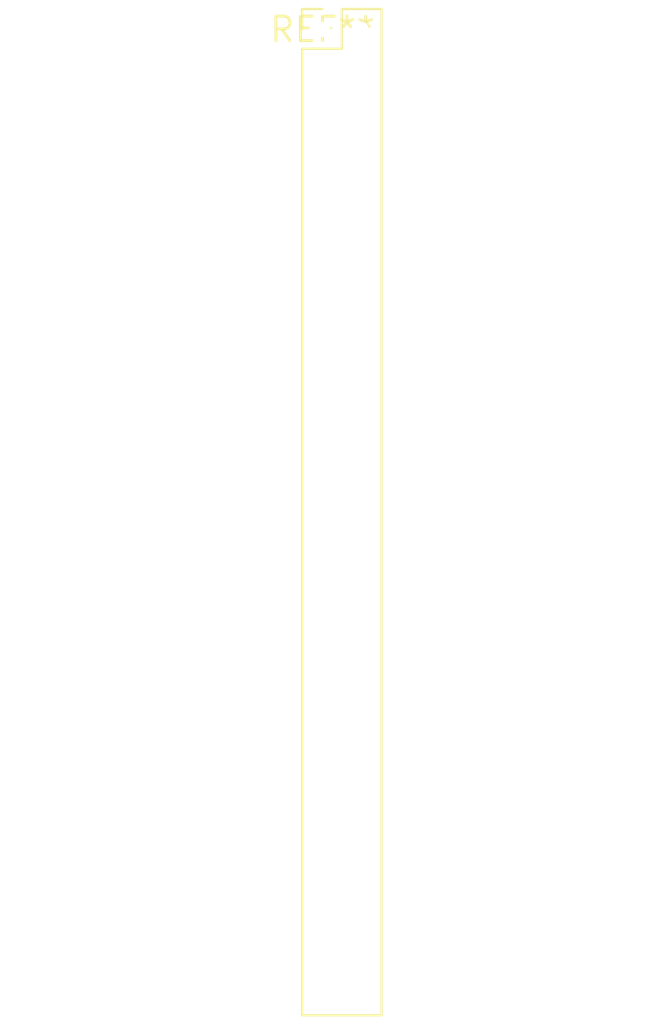
<source format=kicad_pcb>
(kicad_pcb (version 20240108) (generator pcbnew)
  (layers (0 "F.Cu" signal) (31 "B.Cu" signal) (34 "B.Paste" user) (35 "F.Paste" user) (36 "B.SilkS" user "B.Silkscreen") (37 "F.SilkS" user "F.Silkscreen") (38 "B.Mask" user) (39 "F.Mask" user) (44 "Edge.Cuts" user))
  (net 0 "")
  (footprint "PinHeader_2x26_P2.00mm_Vertical" (layer "F.Cu") (at 0 0)
    (property "Reference" "REF**")
    (property "Value" "PinHeader_2x26_P2.00mm_Vertical")
    (fp_line (start -1.06 -1.06) (end 0 -1.06) (layer "F.SilkS") (stroke (width 0.12)))
    (fp_line (start -1.06 0) (end -1.06 -1.06) (layer "F.SilkS") (stroke (width 0.12)))
    (fp_line (start -1.06 1) (end -1.06 51.06) (layer "F.SilkS") (stroke (width 0.12)))
    (fp_line (start -1.06 1) (end 1 1) (layer "F.SilkS") (stroke (width 0.12)))
    (fp_line (start -1.06 51.06) (end 3.06 51.06) (layer "F.SilkS") (stroke (width 0.12)))
    (fp_line (start 1 -1.06) (end 3.06 -1.06) (layer "F.SilkS") (stroke (width 0.12)))
    (fp_line (start 1 1) (end 1 -1.06) (layer "F.SilkS") (stroke (width 0.12)))
    (fp_line (start 3.06 -1.06) (end 3.06 51.06) (layer "F.SilkS") (stroke (width 0.12)))
    (pad "1" thru_hole rect (at 0 0) (size 1.35 1.35) (drill 0.8) (layers *.Cu *.Mask) (remove_unused_layers))
    (pad "2" thru_hole oval (at 2 0) (size 1.35 1.35) (drill 0.8) (layers *.Cu *.Mask) (remove_unused_layers))
    (pad "3" thru_hole oval (at 0 2) (size 1.35 1.35) (drill 0.8) (layers *.Cu *.Mask) (remove_unused_layers))
    (pad "4" thru_hole oval (at 2 2) (size 1.35 1.35) (drill 0.8) (layers *.Cu *.Mask) (remove_unused_layers))
    (pad "5" thru_hole oval (at 0 4) (size 1.35 1.35) (drill 0.8) (layers *.Cu *.Mask) (remove_unused_layers))
    (pad "6" thru_hole oval (at 2 4) (size 1.35 1.35) (drill 0.8) (layers *.Cu *.Mask) (remove_unused_layers))
    (pad "7" thru_hole oval (at 0 6) (size 1.35 1.35) (drill 0.8) (layers *.Cu *.Mask) (remove_unused_layers))
    (pad "8" thru_hole oval (at 2 6) (size 1.35 1.35) (drill 0.8) (layers *.Cu *.Mask) (remove_unused_layers))
    (pad "9" thru_hole oval (at 0 8) (size 1.35 1.35) (drill 0.8) (layers *.Cu *.Mask) (remove_unused_layers))
    (pad "10" thru_hole oval (at 2 8) (size 1.35 1.35) (drill 0.8) (layers *.Cu *.Mask) (remove_unused_layers))
    (pad "11" thru_hole oval (at 0 10) (size 1.35 1.35) (drill 0.8) (layers *.Cu *.Mask) (remove_unused_layers))
    (pad "12" thru_hole oval (at 2 10) (size 1.35 1.35) (drill 0.8) (layers *.Cu *.Mask) (remove_unused_layers))
    (pad "13" thru_hole oval (at 0 12) (size 1.35 1.35) (drill 0.8) (layers *.Cu *.Mask) (remove_unused_layers))
    (pad "14" thru_hole oval (at 2 12) (size 1.35 1.35) (drill 0.8) (layers *.Cu *.Mask) (remove_unused_layers))
    (pad "15" thru_hole oval (at 0 14) (size 1.35 1.35) (drill 0.8) (layers *.Cu *.Mask) (remove_unused_layers))
    (pad "16" thru_hole oval (at 2 14) (size 1.35 1.35) (drill 0.8) (layers *.Cu *.Mask) (remove_unused_layers))
    (pad "17" thru_hole oval (at 0 16) (size 1.35 1.35) (drill 0.8) (layers *.Cu *.Mask) (remove_unused_layers))
    (pad "18" thru_hole oval (at 2 16) (size 1.35 1.35) (drill 0.8) (layers *.Cu *.Mask) (remove_unused_layers))
    (pad "19" thru_hole oval (at 0 18) (size 1.35 1.35) (drill 0.8) (layers *.Cu *.Mask) (remove_unused_layers))
    (pad "20" thru_hole oval (at 2 18) (size 1.35 1.35) (drill 0.8) (layers *.Cu *.Mask) (remove_unused_layers))
    (pad "21" thru_hole oval (at 0 20) (size 1.35 1.35) (drill 0.8) (layers *.Cu *.Mask) (remove_unused_layers))
    (pad "22" thru_hole oval (at 2 20) (size 1.35 1.35) (drill 0.8) (layers *.Cu *.Mask) (remove_unused_layers))
    (pad "23" thru_hole oval (at 0 22) (size 1.35 1.35) (drill 0.8) (layers *.Cu *.Mask) (remove_unused_layers))
    (pad "24" thru_hole oval (at 2 22) (size 1.35 1.35) (drill 0.8) (layers *.Cu *.Mask) (remove_unused_layers))
    (pad "25" thru_hole oval (at 0 24) (size 1.35 1.35) (drill 0.8) (layers *.Cu *.Mask) (remove_unused_layers))
    (pad "26" thru_hole oval (at 2 24) (size 1.35 1.35) (drill 0.8) (layers *.Cu *.Mask) (remove_unused_layers))
    (pad "27" thru_hole oval (at 0 26) (size 1.35 1.35) (drill 0.8) (layers *.Cu *.Mask) (remove_unused_layers))
    (pad "28" thru_hole oval (at 2 26) (size 1.35 1.35) (drill 0.8) (layers *.Cu *.Mask) (remove_unused_layers))
    (pad "29" thru_hole oval (at 0 28) (size 1.35 1.35) (drill 0.8) (layers *.Cu *.Mask) (remove_unused_layers))
    (pad "30" thru_hole oval (at 2 28) (size 1.35 1.35) (drill 0.8) (layers *.Cu *.Mask) (remove_unused_layers))
    (pad "31" thru_hole oval (at 0 30) (size 1.35 1.35) (drill 0.8) (layers *.Cu *.Mask) (remove_unused_layers))
    (pad "32" thru_hole oval (at 2 30) (size 1.35 1.35) (drill 0.8) (layers *.Cu *.Mask) (remove_unused_layers))
    (pad "33" thru_hole oval (at 0 32) (size 1.35 1.35) (drill 0.8) (layers *.Cu *.Mask) (remove_unused_layers))
    (pad "34" thru_hole oval (at 2 32) (size 1.35 1.35) (drill 0.8) (layers *.Cu *.Mask) (remove_unused_layers))
    (pad "35" thru_hole oval (at 0 34) (size 1.35 1.35) (drill 0.8) (layers *.Cu *.Mask) (remove_unused_layers))
    (pad "36" thru_hole oval (at 2 34) (size 1.35 1.35) (drill 0.8) (layers *.Cu *.Mask) (remove_unused_layers))
    (pad "37" thru_hole oval (at 0 36) (size 1.35 1.35) (drill 0.8) (layers *.Cu *.Mask) (remove_unused_layers))
    (pad "38" thru_hole oval (at 2 36) (size 1.35 1.35) (drill 0.8) (layers *.Cu *.Mask) (remove_unused_layers))
    (pad "39" thru_hole oval (at 0 38) (size 1.35 1.35) (drill 0.8) (layers *.Cu *.Mask) (remove_unused_layers))
    (pad "40" thru_hole oval (at 2 38) (size 1.35 1.35) (drill 0.8) (layers *.Cu *.Mask) (remove_unused_layers))
    (pad "41" thru_hole oval (at 0 40) (size 1.35 1.35) (drill 0.8) (layers *.Cu *.Mask) (remove_unused_layers))
    (pad "42" thru_hole oval (at 2 40) (size 1.35 1.35) (drill 0.8) (layers *.Cu *.Mask) (remove_unused_layers))
    (pad "43" thru_hole oval (at 0 42) (size 1.35 1.35) (drill 0.8) (layers *.Cu *.Mask) (remove_unused_layers))
    (pad "44" thru_hole oval (at 2 42) (size 1.35 1.35) (drill 0.8) (layers *.Cu *.Mask) (remove_unused_layers))
    (pad "45" thru_hole oval (at 0 44) (size 1.35 1.35) (drill 0.8) (layers *.Cu *.Mask) (remove_unused_layers))
    (pad "46" thru_hole oval (at 2 44) (size 1.35 1.35) (drill 0.8) (layers *.Cu *.Mask) (remove_unused_layers))
    (pad "47" thru_hole oval (at 0 46) (size 1.35 1.35) (drill 0.8) (layers *.Cu *.Mask) (remove_unused_layers))
    (pad "48" thru_hole oval (at 2 46) (size 1.35 1.35) (drill 0.8) (layers *.Cu *.Mask) (remove_unused_layers))
    (pad "49" thru_hole oval (at 0 48) (size 1.35 1.35) (drill 0.8) (layers *.Cu *.Mask) (remove_unused_layers))
    (pad "50" thru_hole oval (at 2 48) (size 1.35 1.35) (drill 0.8) (layers *.Cu *.Mask) (remove_unused_layers))
    (pad "51" thru_hole oval (at 0 50) (size 1.35 1.35) (drill 0.8) (layers *.Cu *.Mask) (remove_unused_layers))
    (pad "52" thru_hole oval (at 2 50) (size 1.35 1.35) (drill 0.8) (layers *.Cu *.Mask) (remove_unused_layers))
  )
)
</source>
